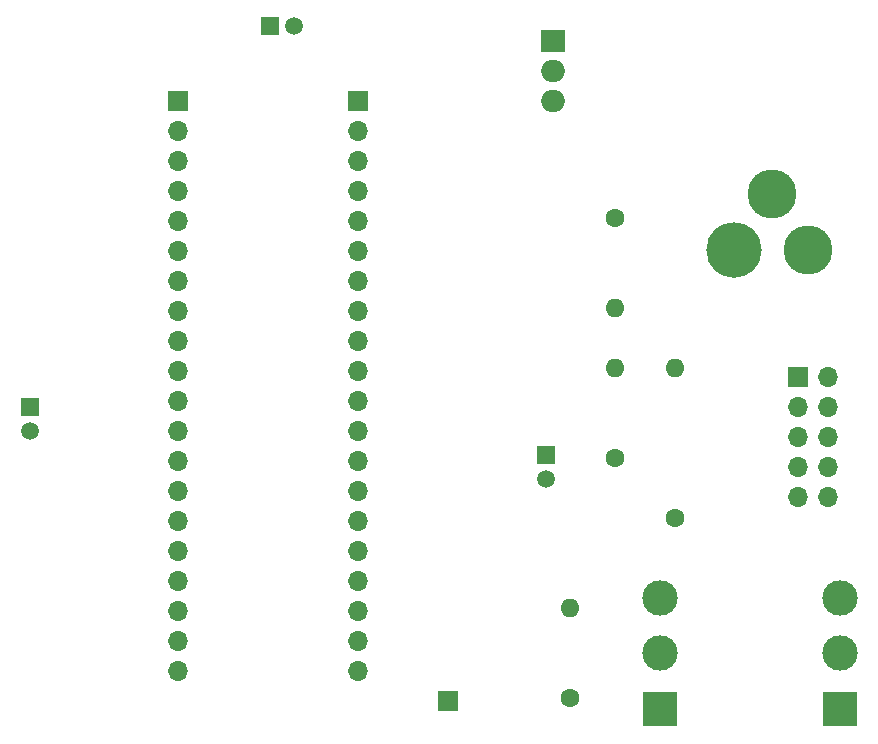
<source format=gbs>
%TF.GenerationSoftware,KiCad,Pcbnew,8.0.7*%
%TF.CreationDate,2025-02-09T12:28:47+02:00*%
%TF.ProjectId,EPM7032S Programmer,45504d37-3033-4325-9320-50726f677261,V0*%
%TF.SameCoordinates,Original*%
%TF.FileFunction,Soldermask,Bot*%
%TF.FilePolarity,Negative*%
%FSLAX46Y46*%
G04 Gerber Fmt 4.6, Leading zero omitted, Abs format (unit mm)*
G04 Created by KiCad (PCBNEW 8.0.7) date 2025-02-09 12:28:47*
%MOMM*%
%LPD*%
G01*
G04 APERTURE LIST*
%ADD10R,1.700000X1.700000*%
%ADD11O,1.700000X1.700000*%
%ADD12R,1.500000X1.500000*%
%ADD13C,1.500000*%
%ADD14O,1.600000X1.600000*%
%ADD15C,1.600000*%
%ADD16C,4.150000*%
%ADD17C,4.700000*%
%ADD18C,3.000000*%
%ADD19R,3.000000X3.000000*%
%ADD20O,2.000000X1.905000*%
%ADD21R,2.000000X1.905000*%
G04 APERTURE END LIST*
D10*
%TO.C,J5*%
X25400000Y-33020000D03*
%TD*%
%TO.C,J1*%
X2540000Y17780000D03*
D11*
X2540000Y15240000D03*
X2540000Y12700000D03*
X2540000Y10160000D03*
X2540000Y7620000D03*
X2540000Y5080000D03*
X2540000Y2540000D03*
X2540000Y0D03*
X2540000Y-2540000D03*
X2540000Y-5080000D03*
X2540000Y-7620000D03*
X2540000Y-10160000D03*
X2540000Y-12700000D03*
X2540000Y-15240000D03*
X2540000Y-17780000D03*
X2540000Y-20320000D03*
X2540000Y-22860000D03*
X2540000Y-25400000D03*
X2540000Y-27940000D03*
X2540000Y-30480000D03*
%TD*%
D12*
%TO.C,C1*%
X10356000Y24130000D03*
D13*
X12356000Y24130000D03*
%TD*%
D14*
%TO.C,R4*%
X35724000Y-25129000D03*
D15*
X35724000Y-32749000D03*
%TD*%
D16*
%TO.C,J2*%
X55857000Y5207000D03*
X52857000Y9907000D03*
D17*
X49657000Y5207000D03*
%TD*%
D18*
%TO.C,S2*%
X43344000Y-24240000D03*
X43344000Y-28939000D03*
D19*
X43344000Y-33638000D03*
%TD*%
D20*
%TO.C,U1*%
X34290000Y17780000D03*
X34290000Y20320000D03*
D21*
X34290000Y22860000D03*
%TD*%
D14*
%TO.C,R1*%
X44614000Y-4809000D03*
D15*
X44614000Y-17509000D03*
%TD*%
D13*
%TO.C,C3*%
X33692000Y-14191000D03*
D12*
X33692000Y-12191000D03*
%TD*%
D11*
%TO.C,J3*%
X57568000Y-15731000D03*
X55028000Y-15731000D03*
X57568000Y-13191000D03*
X55028000Y-13191000D03*
X57568000Y-10651000D03*
X55028000Y-10651000D03*
X57568000Y-8111000D03*
X55028000Y-8111000D03*
X57568000Y-5571000D03*
D10*
X55028000Y-5571000D03*
%TD*%
D14*
%TO.C,R2*%
X39534000Y-4809000D03*
D15*
X39534000Y-12429000D03*
%TD*%
D14*
%TO.C,R3*%
X39534000Y271000D03*
D15*
X39534000Y7891000D03*
%TD*%
D18*
%TO.C,S1*%
X58584000Y-24240000D03*
X58584000Y-28939000D03*
D19*
X58584000Y-33638000D03*
%TD*%
D13*
%TO.C,C4*%
X-9996000Y-10127000D03*
D12*
X-9996000Y-8127000D03*
%TD*%
D10*
%TO.C,J4*%
X17780000Y17780000D03*
D11*
X17780000Y15240000D03*
X17780000Y12700000D03*
X17780000Y10160000D03*
X17780000Y7620000D03*
X17780000Y5080000D03*
X17780000Y2540000D03*
X17780000Y0D03*
X17780000Y-2540000D03*
X17780000Y-5080000D03*
X17780000Y-7620000D03*
X17780000Y-10160000D03*
X17780000Y-12700000D03*
X17780000Y-15240000D03*
X17780000Y-17780000D03*
X17780000Y-20320000D03*
X17780000Y-22860000D03*
X17780000Y-25400000D03*
X17780000Y-27940000D03*
X17780000Y-30480000D03*
%TD*%
M02*

</source>
